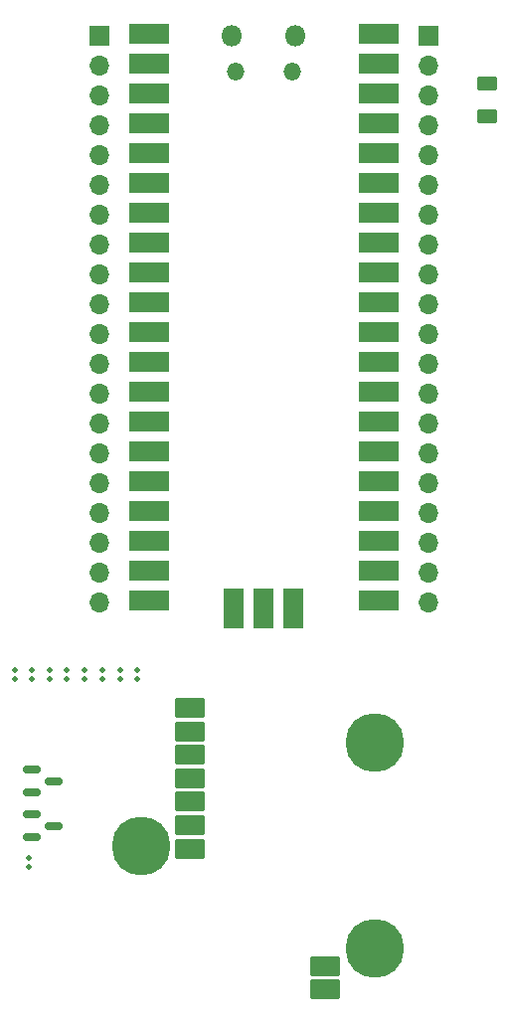
<source format=gbr>
%TF.GenerationSoftware,KiCad,Pcbnew,(6.0.4)*%
%TF.CreationDate,2022-11-14T14:09:28+01:00*%
%TF.ProjectId,tp1,7470312e-6b69-4636-9164-5f7063625858,rev?*%
%TF.SameCoordinates,Original*%
%TF.FileFunction,Soldermask,Top*%
%TF.FilePolarity,Negative*%
%FSLAX46Y46*%
G04 Gerber Fmt 4.6, Leading zero omitted, Abs format (unit mm)*
G04 Created by KiCad (PCBNEW (6.0.4)) date 2022-11-14 14:09:28*
%MOMM*%
%LPD*%
G01*
G04 APERTURE LIST*
G04 Aperture macros list*
%AMRoundRect*
0 Rectangle with rounded corners*
0 $1 Rounding radius*
0 $2 $3 $4 $5 $6 $7 $8 $9 X,Y pos of 4 corners*
0 Add a 4 corners polygon primitive as box body*
4,1,4,$2,$3,$4,$5,$6,$7,$8,$9,$2,$3,0*
0 Add four circle primitives for the rounded corners*
1,1,$1+$1,$2,$3*
1,1,$1+$1,$4,$5*
1,1,$1+$1,$6,$7*
1,1,$1+$1,$8,$9*
0 Add four rect primitives between the rounded corners*
20,1,$1+$1,$2,$3,$4,$5,0*
20,1,$1+$1,$4,$5,$6,$7,0*
20,1,$1+$1,$6,$7,$8,$9,0*
20,1,$1+$1,$8,$9,$2,$3,0*%
G04 Aperture macros list end*
%ADD10R,1.700000X1.700000*%
%ADD11O,1.700000X1.700000*%
%ADD12RoundRect,0.250000X-0.625000X0.375000X-0.625000X-0.375000X0.625000X-0.375000X0.625000X0.375000X0*%
%ADD13RoundRect,0.112500X0.112500X-0.112500X0.112500X0.112500X-0.112500X0.112500X-0.112500X-0.112500X0*%
%ADD14RoundRect,0.150000X-0.587500X-0.150000X0.587500X-0.150000X0.587500X0.150000X-0.587500X0.150000X0*%
%ADD15C,5.000000*%
%ADD16RoundRect,0.112500X-0.112500X0.112500X-0.112500X-0.112500X0.112500X-0.112500X0.112500X0.112500X0*%
%ADD17RoundRect,0.170000X1.130000X0.680000X-1.130000X0.680000X-1.130000X-0.680000X1.130000X-0.680000X0*%
%ADD18RoundRect,0.170000X-1.130000X-0.680000X1.130000X-0.680000X1.130000X0.680000X-1.130000X0.680000X0*%
%ADD19O,1.500000X1.500000*%
%ADD20O,1.800000X1.800000*%
%ADD21R,3.500000X1.700000*%
%ADD22R,1.700000X3.500000*%
G04 APERTURE END LIST*
D10*
%TO.C,J2*%
X154500000Y-51000000D03*
D11*
X154500000Y-53540000D03*
X154500000Y-56080000D03*
X154500000Y-58620000D03*
X154500000Y-61160000D03*
X154500000Y-63700000D03*
X154500000Y-66240000D03*
X154500000Y-68780000D03*
X154500000Y-71320000D03*
X154500000Y-73860000D03*
X154500000Y-76400000D03*
X154500000Y-78940000D03*
X154500000Y-81480000D03*
X154500000Y-84020000D03*
X154500000Y-86560000D03*
X154500000Y-89100000D03*
X154500000Y-91640000D03*
X154500000Y-94180000D03*
X154500000Y-96720000D03*
X154500000Y-99260000D03*
%TD*%
D12*
%TO.C,F1*%
X159500000Y-55100000D03*
X159500000Y-57900000D03*
%TD*%
D13*
%TO.C,R12*%
X123750000Y-105800000D03*
X123750000Y-105000000D03*
%TD*%
D10*
%TO.C,J1*%
X126500000Y-51000000D03*
D11*
X126500000Y-53540000D03*
X126500000Y-56080000D03*
X126500000Y-58620000D03*
X126500000Y-61160000D03*
X126500000Y-63700000D03*
X126500000Y-66240000D03*
X126500000Y-68780000D03*
X126500000Y-71320000D03*
X126500000Y-73860000D03*
X126500000Y-76400000D03*
X126500000Y-78940000D03*
X126500000Y-81480000D03*
X126500000Y-84020000D03*
X126500000Y-86560000D03*
X126500000Y-89100000D03*
X126500000Y-91640000D03*
X126500000Y-94180000D03*
X126500000Y-96720000D03*
X126500000Y-99260000D03*
%TD*%
D13*
%TO.C,R14*%
X126750000Y-105800000D03*
X126750000Y-105000000D03*
%TD*%
%TO.C,R11*%
X122250000Y-105800000D03*
X122250000Y-105000000D03*
%TD*%
%TO.C,R13*%
X125250000Y-105800000D03*
X125250000Y-105000000D03*
%TD*%
D14*
%TO.C,Q1*%
X120762500Y-113540000D03*
X120762500Y-115440000D03*
X122637500Y-114490000D03*
%TD*%
D15*
%TO.C,JIG1*%
X130050000Y-120000000D03*
X149950000Y-128750000D03*
X149950000Y-111250000D03*
%TD*%
D16*
%TO.C,R8*%
X120500000Y-121000000D03*
X120500000Y-121800000D03*
%TD*%
D14*
%TO.C,Q2*%
X120762500Y-117350000D03*
X120762500Y-119250000D03*
X122637500Y-118300000D03*
%TD*%
D17*
%TO.C,J4*%
X134250000Y-120250000D03*
X134250000Y-118250000D03*
X134250000Y-116250000D03*
X134250000Y-114250000D03*
X134250000Y-112250000D03*
X134250000Y-110250000D03*
X134250000Y-108250000D03*
%TD*%
D18*
%TO.C,J3*%
X145750000Y-130250000D03*
X145750000Y-132250000D03*
%TD*%
D19*
%TO.C,U2*%
X142925000Y-54030000D03*
D20*
X137775000Y-51000000D03*
X143225000Y-51000000D03*
D19*
X138075000Y-54030000D03*
D21*
X130710000Y-50870000D03*
X130710000Y-53410000D03*
X130710000Y-55950000D03*
X130710000Y-58490000D03*
X130710000Y-61030000D03*
X130710000Y-63570000D03*
X130710000Y-66110000D03*
X130710000Y-68650000D03*
X130710000Y-71190000D03*
X130710000Y-73730000D03*
X130710000Y-76270000D03*
X130710000Y-78810000D03*
X130710000Y-81350000D03*
X130710000Y-83890000D03*
X130710000Y-86430000D03*
X130710000Y-88970000D03*
X130710000Y-91510000D03*
X130710000Y-94050000D03*
X130710000Y-96590000D03*
X130710000Y-99130000D03*
X150290000Y-99130000D03*
X150290000Y-96590000D03*
X150290000Y-94050000D03*
X150290000Y-91510000D03*
X150290000Y-88970000D03*
X150290000Y-86430000D03*
X150290000Y-83890000D03*
X150290000Y-81350000D03*
X150290000Y-78810000D03*
X150290000Y-76270000D03*
X150290000Y-73730000D03*
X150290000Y-71190000D03*
X150290000Y-68650000D03*
X150290000Y-66110000D03*
X150290000Y-63570000D03*
X150290000Y-61030000D03*
X150290000Y-58490000D03*
X150290000Y-55950000D03*
X150290000Y-53410000D03*
X150290000Y-50870000D03*
D22*
X137960000Y-99800000D03*
X140500000Y-99800000D03*
X143040000Y-99800000D03*
%TD*%
D13*
%TO.C,R16*%
X129750000Y-105800000D03*
X129750000Y-105000000D03*
%TD*%
D16*
%TO.C,R17*%
X120750000Y-105000000D03*
X120750000Y-105800000D03*
%TD*%
D13*
%TO.C,R15*%
X128250000Y-105800000D03*
X128250000Y-105000000D03*
%TD*%
D16*
%TO.C,R7*%
X119300000Y-105000000D03*
X119300000Y-105800000D03*
%TD*%
M02*

</source>
